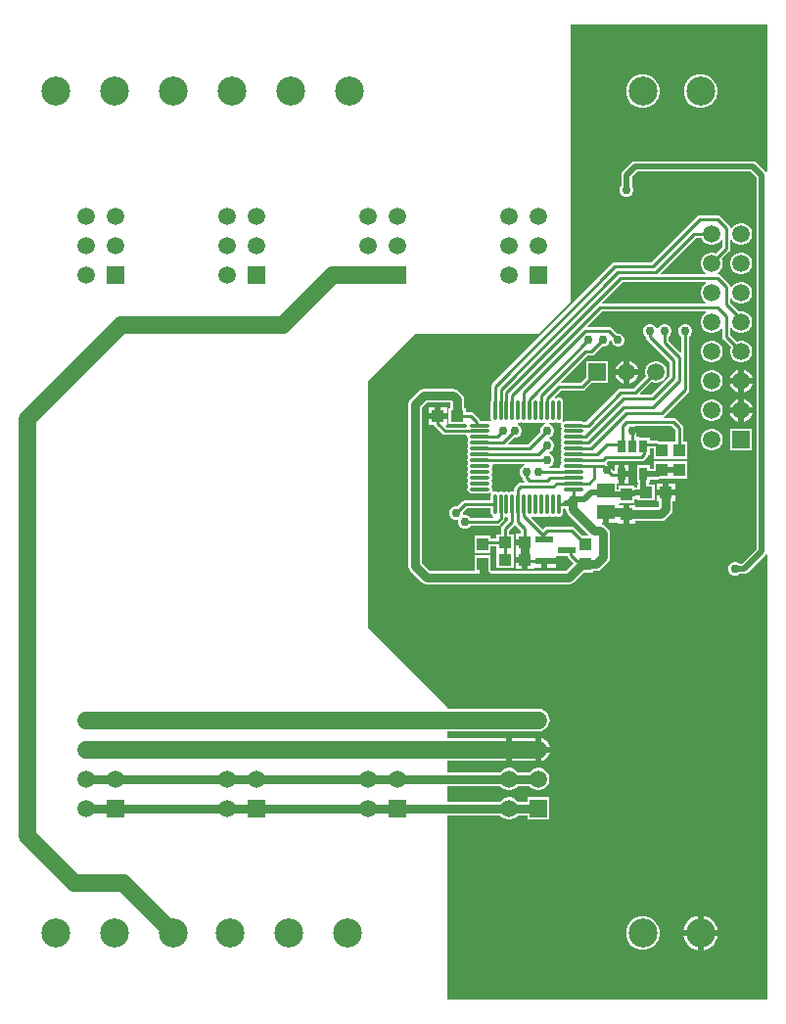
<source format=gbl>
G04*
G04 #@! TF.GenerationSoftware,Altium Limited,Altium Designer,24.5.2 (23)*
G04*
G04 Layer_Physical_Order=3*
G04 Layer_Color=16711680*
%FSLAX25Y25*%
%MOIN*%
G70*
G04*
G04 #@! TF.SameCoordinates,2268A734-3591-48FF-B187-AB4D2D4595D2*
G04*
G04*
G04 #@! TF.FilePolarity,Positive*
G04*
G01*
G75*
%ADD11C,0.01000*%
%ADD17R,0.03937X0.04331*%
%ADD18R,0.04331X0.03937*%
%ADD44C,0.03000*%
%ADD45C,0.02000*%
%ADD47C,0.06000*%
%ADD50C,0.09843*%
%ADD51R,0.05906X0.05906*%
%ADD52C,0.05906*%
%ADD53R,0.05906X0.05906*%
%ADD54C,0.03000*%
%ADD55O,0.07087X0.01181*%
%ADD56O,0.01181X0.07087*%
%ADD57R,0.05906X0.02362*%
%ADD58R,0.05906X0.05118*%
%ADD59R,0.02559X0.04331*%
G36*
X266404Y283268D02*
X265904Y283116D01*
X265789Y283289D01*
X262789Y286289D01*
X262197Y286684D01*
X261500Y286822D01*
X261500Y286822D01*
X221500D01*
X221500Y286822D01*
X220803Y286684D01*
X220211Y286289D01*
X217211Y283289D01*
X216816Y282697D01*
X216678Y282000D01*
X216678Y282000D01*
Y278412D01*
X216561Y278296D01*
X216213Y277455D01*
Y276545D01*
X216561Y275704D01*
X217204Y275061D01*
X218045Y274713D01*
X218955D01*
X219796Y275061D01*
X220439Y275704D01*
X220787Y276545D01*
Y277455D01*
X220439Y278296D01*
X220322Y278412D01*
Y281245D01*
X222255Y283178D01*
X260745D01*
X262678Y281245D01*
Y154755D01*
X257745Y149822D01*
X256912D01*
X256796Y149939D01*
X255955Y150287D01*
X255045D01*
X254204Y149939D01*
X253561Y149296D01*
X253213Y148455D01*
Y147545D01*
X253561Y146704D01*
X254204Y146061D01*
X255045Y145713D01*
X255955D01*
X256796Y146061D01*
X256912Y146178D01*
X258500D01*
X258500Y146178D01*
X259197Y146316D01*
X259789Y146711D01*
X265789Y152711D01*
X265789Y152711D01*
X265904Y152884D01*
X266404Y152732D01*
Y1313D01*
X157500D01*
Y64168D01*
X175543D01*
X176204Y63507D01*
X177056Y63015D01*
X178008Y62760D01*
X178992D01*
X179944Y63015D01*
X180797Y63507D01*
X181457Y64168D01*
X184760D01*
Y62760D01*
X192240D01*
Y70240D01*
X184760D01*
Y68832D01*
X181457D01*
X180797Y69493D01*
X179944Y69985D01*
X178992Y70240D01*
X178008D01*
X177056Y69985D01*
X176204Y69493D01*
X175543Y68832D01*
X157500D01*
Y74168D01*
X175543D01*
X176204Y73507D01*
X177056Y73015D01*
X178008Y72760D01*
X178992D01*
X179944Y73015D01*
X180797Y73507D01*
X181457Y74168D01*
X185543D01*
X186204Y73507D01*
X187056Y73015D01*
X188008Y72760D01*
X188992D01*
X189944Y73015D01*
X190796Y73507D01*
X191493Y74203D01*
X191985Y75056D01*
X192240Y76008D01*
Y76992D01*
X191985Y77944D01*
X191493Y78796D01*
X190796Y79493D01*
X189944Y79985D01*
X188992Y80240D01*
X188008D01*
X187056Y79985D01*
X186204Y79493D01*
X185543Y78832D01*
X181457D01*
X180797Y79493D01*
X179944Y79985D01*
X178992Y80240D01*
X178008D01*
X177056Y79985D01*
X176204Y79493D01*
X175543Y78832D01*
X157500D01*
Y82680D01*
X177485D01*
X177500Y82676D01*
Y86500D01*
Y90324D01*
X177485Y90320D01*
X157500D01*
Y92680D01*
X188500D01*
X189489Y92810D01*
X190410Y93192D01*
X191201Y93799D01*
X191808Y94590D01*
X192190Y95511D01*
X192320Y96500D01*
X192190Y97489D01*
X191808Y98410D01*
X191201Y99201D01*
X190410Y99808D01*
X189489Y100190D01*
X188500Y100320D01*
X157500D01*
Y101000D01*
X130500Y128000D01*
Y212000D01*
X146500Y228000D01*
X188500D01*
X199500Y239000D01*
Y333333D01*
X266404D01*
Y283268D01*
D02*
G37*
%LPC*%
G36*
X244444Y316359D02*
X242941D01*
X241489Y315970D01*
X240187Y315218D01*
X239124Y314155D01*
X238373Y312854D01*
X237984Y311402D01*
Y309898D01*
X238373Y308447D01*
X239124Y307145D01*
X240187Y306082D01*
X241489Y305330D01*
X242941Y304941D01*
X244444D01*
X245896Y305330D01*
X247198Y306082D01*
X248261Y307145D01*
X249012Y308447D01*
X249401Y309898D01*
Y311402D01*
X249012Y312854D01*
X248261Y314155D01*
X247198Y315218D01*
X245896Y315970D01*
X244444Y316359D01*
D02*
G37*
G36*
X224759D02*
X223256D01*
X221804Y315970D01*
X220502Y315218D01*
X219439Y314155D01*
X218688Y312854D01*
X218299Y311402D01*
Y309898D01*
X218688Y308447D01*
X219439Y307145D01*
X220502Y306082D01*
X221804Y305330D01*
X223256Y304941D01*
X224759D01*
X226211Y305330D01*
X227513Y306082D01*
X228576Y307145D01*
X229327Y308447D01*
X229716Y309898D01*
Y311402D01*
X229327Y312854D01*
X228576Y314155D01*
X227513Y315218D01*
X226211Y315970D01*
X224759Y316359D01*
D02*
G37*
G36*
X249500Y268313D02*
X243500D01*
X242998Y268213D01*
X242572Y267928D01*
X226956Y252313D01*
X214500D01*
X213998Y252213D01*
X213572Y251928D01*
X172745Y211101D01*
X172460Y210676D01*
X172361Y210173D01*
Y205362D01*
X172268Y204898D01*
Y198992D01*
X172363Y198514D01*
X172194Y198306D01*
X171986Y198137D01*
X171508Y198232D01*
X168751D01*
X168723Y198374D01*
X168438Y198800D01*
X166310Y200928D01*
X165884Y201213D01*
X165382Y201313D01*
X163799D01*
Y202756D01*
X163179D01*
Y205654D01*
X163001Y206546D01*
X162496Y207303D01*
X161149Y208649D01*
X160392Y209155D01*
X159500Y209332D01*
X149500D01*
X148608Y209155D01*
X147851Y208649D01*
X144851Y205649D01*
X144345Y204892D01*
X144168Y204000D01*
Y149000D01*
X144345Y148108D01*
X144851Y147351D01*
X148851Y143351D01*
X149608Y142845D01*
X150500Y142668D01*
X198846D01*
X199739Y142845D01*
X200496Y143351D01*
X203846Y146701D01*
X207256D01*
Y147321D01*
X208154D01*
X209046Y147499D01*
X209803Y148004D01*
X212149Y150351D01*
X212655Y151108D01*
X212832Y152000D01*
Y160000D01*
X212655Y160892D01*
X212149Y161649D01*
X211149Y162649D01*
X210392Y163155D01*
X210161Y163201D01*
X210210Y163701D01*
X210500D01*
Y167260D01*
X212500D01*
Y163701D01*
X215453D01*
X215531Y163488D01*
X217500D01*
Y166654D01*
Y169819D01*
X215933D01*
X215896Y169894D01*
X216207Y170394D01*
X221256D01*
Y171738D01*
X221709Y171828D01*
X221760Y171862D01*
X222201Y171626D01*
Y171244D01*
X228106D01*
Y176756D01*
X226063D01*
Y177323D01*
X226307D01*
Y178453D01*
X229122D01*
X229122Y178453D01*
X229819Y178592D01*
X229982Y178701D01*
X233256D01*
Y178701D01*
X233744D01*
Y178701D01*
X239256D01*
Y184606D01*
X233744D01*
Y184606D01*
X233256D01*
Y184606D01*
X227744D01*
Y182098D01*
X226307D01*
Y183228D01*
X222173D01*
Y177323D01*
X222418D01*
Y176756D01*
X222201D01*
Y175822D01*
X221500D01*
X221256Y176023D01*
Y176299D01*
X215744D01*
Y175169D01*
X215240D01*
Y177110D01*
X215760D01*
Y180276D01*
Y183441D01*
X214480D01*
Y181466D01*
X213980Y181376D01*
X211702Y183654D01*
X211681Y183687D01*
X211700Y184343D01*
X212044Y184687D01*
X223500D01*
X224002Y184787D01*
X224428Y185072D01*
X225428Y186072D01*
X225713Y186498D01*
X225767Y186772D01*
X226307D01*
Y189136D01*
X227744D01*
Y185394D01*
X233256D01*
Y185394D01*
X233744D01*
Y185394D01*
X239256D01*
Y191299D01*
X237813D01*
Y196000D01*
X237713Y196502D01*
X237428Y196928D01*
X235428Y198928D01*
X235002Y199213D01*
X234500Y199313D01*
X231345D01*
X231036Y199776D01*
X231040Y199813D01*
X231428Y200072D01*
X239428Y208072D01*
X239713Y208498D01*
X239813Y209000D01*
Y227078D01*
X240439Y227704D01*
X240787Y228545D01*
Y229455D01*
X240439Y230296D01*
X239796Y230939D01*
X238955Y231287D01*
X238045D01*
X237204Y230939D01*
X236561Y230296D01*
X236213Y229455D01*
Y228545D01*
X236561Y227704D01*
X237187Y227078D01*
Y221822D01*
X236725Y221631D01*
X232813Y225544D01*
Y227078D01*
X233439Y227704D01*
X233787Y228545D01*
Y229455D01*
X233439Y230296D01*
X232796Y230939D01*
X231955Y231287D01*
X231045D01*
X230204Y230939D01*
X229561Y230296D01*
X229250Y229545D01*
X229242Y229544D01*
X228758D01*
X228750Y229545D01*
X228439Y230296D01*
X227796Y230939D01*
X226955Y231287D01*
X226045D01*
X225204Y230939D01*
X224561Y230296D01*
X224213Y229455D01*
Y228545D01*
X224561Y227704D01*
X225187Y227078D01*
Y227000D01*
X225287Y226498D01*
X225572Y226072D01*
X233187Y218456D01*
Y213544D01*
X226956Y207313D01*
X223322D01*
X223131Y207775D01*
X226939Y211583D01*
X227056Y211515D01*
X228008Y211260D01*
X228992D01*
X229944Y211515D01*
X230797Y212007D01*
X231493Y212703D01*
X231985Y213556D01*
X232240Y214508D01*
Y215492D01*
X231985Y216444D01*
X231493Y217297D01*
X230797Y217993D01*
X229944Y218485D01*
X228992Y218740D01*
X228008D01*
X227056Y218485D01*
X226203Y217993D01*
X225507Y217297D01*
X225015Y216444D01*
X224760Y215492D01*
Y214508D01*
X225015Y213556D01*
X225083Y213439D01*
X220956Y209313D01*
X216500D01*
X215998Y209213D01*
X215572Y208928D01*
X204783Y198139D01*
X203862D01*
X203398Y198232D01*
X197492D01*
X197014Y198137D01*
X196806Y198306D01*
X196637Y198514D01*
X196732Y198992D01*
Y204898D01*
X196625Y205435D01*
X196320Y205891D01*
X195864Y206196D01*
X195327Y206303D01*
X194789Y206196D01*
X194588Y206061D01*
X194222Y206237D01*
X194128Y206772D01*
X196044Y208687D01*
X203500D01*
X204002Y208787D01*
X204428Y209072D01*
X206616Y211260D01*
X212240D01*
Y218740D01*
X204760D01*
Y213116D01*
X202956Y211313D01*
X196322D01*
X196131Y211775D01*
X205044Y220687D01*
X206500D01*
X207002Y220787D01*
X207428Y221072D01*
X210069Y223713D01*
X210955D01*
X211796Y224061D01*
X212439Y224704D01*
X212787Y225545D01*
Y225598D01*
X213287Y225865D01*
X213334Y225834D01*
Y225424D01*
X213682Y224583D01*
X214326Y223939D01*
X215166Y223591D01*
X216076D01*
X216917Y223939D01*
X217561Y224583D01*
X217909Y225424D01*
Y226334D01*
X217561Y227174D01*
X216917Y227818D01*
X216076Y228166D01*
X215190D01*
X213428Y229928D01*
X213002Y230213D01*
X212500Y230313D01*
X205322D01*
X205131Y230775D01*
X210044Y235687D01*
X245406D01*
X245540Y235187D01*
X245203Y234993D01*
X244507Y234296D01*
X244015Y233444D01*
X243760Y232492D01*
Y231508D01*
X244015Y230556D01*
X244507Y229703D01*
X245203Y229007D01*
X246056Y228515D01*
X247008Y228260D01*
X247992D01*
X248944Y228515D01*
X249797Y229007D01*
X250493Y229703D01*
X250687Y230040D01*
X251187Y229906D01*
Y227000D01*
X251287Y226498D01*
X251572Y226072D01*
X254083Y223561D01*
X254015Y223444D01*
X253760Y222492D01*
Y221508D01*
X254015Y220556D01*
X254507Y219704D01*
X255204Y219007D01*
X256056Y218515D01*
X257008Y218260D01*
X257992D01*
X258944Y218515D01*
X259797Y219007D01*
X260493Y219704D01*
X260985Y220556D01*
X261240Y221508D01*
Y222492D01*
X260985Y223444D01*
X260493Y224296D01*
X259797Y224993D01*
X258944Y225485D01*
X257992Y225740D01*
X257008D01*
X256056Y225485D01*
X255939Y225417D01*
X253813Y227544D01*
Y229906D01*
X254313Y230040D01*
X254507Y229703D01*
X255204Y229007D01*
X256056Y228515D01*
X257008Y228260D01*
X257992D01*
X258944Y228515D01*
X259797Y229007D01*
X260493Y229703D01*
X260985Y230556D01*
X261240Y231508D01*
Y232492D01*
X260985Y233444D01*
X260493Y234296D01*
X259797Y234993D01*
X258944Y235485D01*
X257992Y235740D01*
X257008D01*
X256699Y235657D01*
X253813Y238544D01*
Y239906D01*
X254313Y240040D01*
X254507Y239703D01*
X255204Y239007D01*
X256056Y238515D01*
X257008Y238260D01*
X257992D01*
X258944Y238515D01*
X259797Y239007D01*
X260493Y239703D01*
X260985Y240556D01*
X261240Y241508D01*
Y242492D01*
X260985Y243444D01*
X260493Y244297D01*
X259797Y244993D01*
X258944Y245485D01*
X257992Y245740D01*
X257008D01*
X256056Y245485D01*
X255204Y244993D01*
X254507Y244297D01*
X254313Y243960D01*
X253982Y243986D01*
X253799Y244070D01*
X253713Y244502D01*
X253428Y244928D01*
X250428Y247928D01*
X250002Y248213D01*
X249570Y248299D01*
X249486Y248482D01*
X249460Y248813D01*
X249797Y249007D01*
X250493Y249704D01*
X250985Y250556D01*
X251240Y251508D01*
Y252492D01*
X250985Y253444D01*
X250917Y253561D01*
X253428Y256072D01*
X253713Y256498D01*
X253813Y257000D01*
Y259906D01*
X254313Y260040D01*
X254507Y259703D01*
X255204Y259007D01*
X256056Y258515D01*
X257008Y258260D01*
X257992D01*
X258944Y258515D01*
X259797Y259007D01*
X260493Y259703D01*
X260985Y260556D01*
X261240Y261508D01*
Y262492D01*
X260985Y263444D01*
X260493Y264297D01*
X259797Y264993D01*
X258944Y265485D01*
X257992Y265740D01*
X257008D01*
X256056Y265485D01*
X255204Y264993D01*
X254507Y264297D01*
X254313Y263960D01*
X253982Y263986D01*
X253799Y264070D01*
X253713Y264502D01*
X253428Y264928D01*
X250428Y267928D01*
X250002Y268213D01*
X249500Y268313D01*
D02*
G37*
G36*
X257992Y255740D02*
X257008D01*
X256056Y255485D01*
X255204Y254993D01*
X254507Y254296D01*
X254015Y253444D01*
X253760Y252492D01*
Y251508D01*
X254015Y250556D01*
X254507Y249704D01*
X255204Y249007D01*
X256056Y248515D01*
X257008Y248260D01*
X257992D01*
X258944Y248515D01*
X259797Y249007D01*
X260493Y249704D01*
X260985Y250556D01*
X261240Y251508D01*
Y252492D01*
X260985Y253444D01*
X260493Y254296D01*
X259797Y254993D01*
X258944Y255485D01*
X257992Y255740D01*
D02*
G37*
G36*
X247992Y225740D02*
X247008D01*
X246056Y225485D01*
X245203Y224993D01*
X244507Y224296D01*
X244015Y223444D01*
X243760Y222492D01*
Y221508D01*
X244015Y220556D01*
X244507Y219704D01*
X245203Y219007D01*
X246056Y218515D01*
X247008Y218260D01*
X247992D01*
X248944Y218515D01*
X249797Y219007D01*
X250493Y219704D01*
X250985Y220556D01*
X251240Y221508D01*
Y222492D01*
X250985Y223444D01*
X250493Y224296D01*
X249797Y224993D01*
X248944Y225485D01*
X247992Y225740D01*
D02*
G37*
G36*
X219500Y218824D02*
Y216000D01*
X222324D01*
X222183Y216526D01*
X221663Y217427D01*
X220927Y218163D01*
X220026Y218683D01*
X219500Y218824D01*
D02*
G37*
G36*
X217500D02*
X216974Y218683D01*
X216073Y218163D01*
X215337Y217427D01*
X214817Y216526D01*
X214676Y216000D01*
X217500D01*
Y218824D01*
D02*
G37*
G36*
X258500Y215824D02*
Y213000D01*
X261324D01*
X261183Y213526D01*
X260663Y214427D01*
X259927Y215163D01*
X259026Y215683D01*
X258500Y215824D01*
D02*
G37*
G36*
X256500D02*
X255974Y215683D01*
X255073Y215163D01*
X254337Y214427D01*
X253817Y213526D01*
X253676Y213000D01*
X256500D01*
Y215824D01*
D02*
G37*
G36*
X222324Y214000D02*
X219500D01*
Y211176D01*
X220026Y211317D01*
X220927Y211837D01*
X221663Y212573D01*
X222183Y213474D01*
X222324Y214000D01*
D02*
G37*
G36*
X217500D02*
X214676D01*
X214817Y213474D01*
X215337Y212573D01*
X216073Y211837D01*
X216974Y211317D01*
X217500Y211176D01*
Y214000D01*
D02*
G37*
G36*
X247992Y215740D02*
X247008D01*
X246056Y215485D01*
X245203Y214993D01*
X244507Y214297D01*
X244015Y213444D01*
X243760Y212492D01*
Y211508D01*
X244015Y210556D01*
X244507Y209703D01*
X245203Y209007D01*
X246056Y208515D01*
X247008Y208260D01*
X247992D01*
X248944Y208515D01*
X249797Y209007D01*
X250493Y209703D01*
X250985Y210556D01*
X251240Y211508D01*
Y212492D01*
X250985Y213444D01*
X250493Y214297D01*
X249797Y214993D01*
X248944Y215485D01*
X247992Y215740D01*
D02*
G37*
G36*
X261324Y211000D02*
X258500D01*
Y208176D01*
X259026Y208317D01*
X259927Y208837D01*
X260663Y209573D01*
X261183Y210474D01*
X261324Y211000D01*
D02*
G37*
G36*
X256500D02*
X253676D01*
X253817Y210474D01*
X254337Y209573D01*
X255073Y208837D01*
X255974Y208317D01*
X256500Y208176D01*
Y211000D01*
D02*
G37*
G36*
X258500Y205824D02*
Y203000D01*
X261324D01*
X261183Y203526D01*
X260663Y204427D01*
X259927Y205163D01*
X259026Y205683D01*
X258500Y205824D01*
D02*
G37*
G36*
X256500D02*
X255974Y205683D01*
X255073Y205163D01*
X254337Y204427D01*
X253817Y203526D01*
X253676Y203000D01*
X256500D01*
Y205824D01*
D02*
G37*
G36*
X247992Y205740D02*
X247008D01*
X246056Y205485D01*
X245203Y204993D01*
X244507Y204296D01*
X244015Y203444D01*
X243760Y202492D01*
Y201508D01*
X244015Y200556D01*
X244507Y199704D01*
X245203Y199007D01*
X246056Y198515D01*
X247008Y198260D01*
X247992D01*
X248944Y198515D01*
X249797Y199007D01*
X250493Y199704D01*
X250985Y200556D01*
X251240Y201508D01*
Y202492D01*
X250985Y203444D01*
X250493Y204296D01*
X249797Y204993D01*
X248944Y205485D01*
X247992Y205740D01*
D02*
G37*
G36*
X261324Y201000D02*
X258500D01*
Y198176D01*
X259026Y198317D01*
X259927Y198837D01*
X260663Y199573D01*
X261183Y200474D01*
X261324Y201000D01*
D02*
G37*
G36*
X256500D02*
X253676D01*
X253817Y200474D01*
X254337Y199573D01*
X255073Y198837D01*
X255974Y198317D01*
X256500Y198176D01*
Y201000D01*
D02*
G37*
G36*
X261240Y195740D02*
X253760D01*
Y188260D01*
X261240D01*
Y195740D01*
D02*
G37*
G36*
X247992D02*
X247008D01*
X246056Y195485D01*
X245203Y194993D01*
X244507Y194297D01*
X244015Y193444D01*
X243760Y192492D01*
Y191508D01*
X244015Y190556D01*
X244507Y189704D01*
X245203Y189007D01*
X246056Y188515D01*
X247008Y188260D01*
X247992D01*
X248944Y188515D01*
X249797Y189007D01*
X250493Y189704D01*
X250985Y190556D01*
X251240Y191508D01*
Y192492D01*
X250985Y193444D01*
X250493Y194297D01*
X249797Y194993D01*
X248944Y195485D01*
X247992Y195740D01*
D02*
G37*
G36*
X219039Y183441D02*
X217760D01*
Y181276D01*
X219039D01*
Y183441D01*
D02*
G37*
G36*
Y179276D02*
X217760D01*
Y177110D01*
X219039D01*
Y179276D01*
D02*
G37*
G36*
X235012Y176969D02*
X232846D01*
Y175000D01*
X235012D01*
Y176969D01*
D02*
G37*
G36*
X230846D02*
X228681D01*
Y175000D01*
X230846D01*
Y176969D01*
D02*
G37*
G36*
X235012Y173000D02*
X231846D01*
X228681D01*
Y171031D01*
X229514D01*
Y169313D01*
X229187Y168986D01*
X221468D01*
Y169819D01*
X219500D01*
Y166654D01*
Y163488D01*
X221468D01*
Y164321D01*
X230153D01*
X231046Y164499D01*
X231803Y165004D01*
X233496Y166697D01*
X234001Y167454D01*
X234179Y168347D01*
Y171031D01*
X235012D01*
Y173000D01*
D02*
G37*
G36*
X189500Y90324D02*
Y87500D01*
X192324D01*
X192183Y88026D01*
X191663Y88927D01*
X190927Y89663D01*
X190026Y90183D01*
X189500Y90324D01*
D02*
G37*
G36*
X192324Y85500D02*
X189500D01*
Y82676D01*
X190026Y82817D01*
X190927Y83337D01*
X191663Y84073D01*
X192183Y84974D01*
X192324Y85500D01*
D02*
G37*
G36*
X179500Y90324D02*
Y86500D01*
Y82676D01*
X179516Y82680D01*
X187485D01*
X187500Y82676D01*
Y86500D01*
Y90324D01*
X187485Y90320D01*
X179516D01*
X179500Y90324D01*
D02*
G37*
G36*
X244692Y29838D02*
Y25000D01*
X249531D01*
X249386Y25727D01*
X248940Y26805D01*
X248292Y27775D01*
X247467Y28599D01*
X246497Y29247D01*
X245420Y29694D01*
X244692Y29838D01*
D02*
G37*
G36*
X242692D02*
X241965Y29694D01*
X240888Y29247D01*
X239918Y28599D01*
X239093Y27775D01*
X238445Y26805D01*
X237999Y25727D01*
X237854Y25000D01*
X242692D01*
Y29838D01*
D02*
G37*
G36*
X224759Y29709D02*
X223256D01*
X221804Y29320D01*
X220502Y28568D01*
X219439Y27505D01*
X218688Y26204D01*
X218299Y24752D01*
Y23248D01*
X218688Y21797D01*
X219439Y20495D01*
X220502Y19432D01*
X221804Y18680D01*
X223256Y18291D01*
X224759D01*
X226211Y18680D01*
X227513Y19432D01*
X228576Y20495D01*
X229327Y21797D01*
X229716Y23248D01*
Y24752D01*
X229327Y26204D01*
X228576Y27505D01*
X227513Y28568D01*
X226211Y29320D01*
X224759Y29709D01*
D02*
G37*
G36*
X249531Y23000D02*
X244692D01*
Y18162D01*
X245420Y18306D01*
X246497Y18753D01*
X247467Y19401D01*
X248292Y20225D01*
X248940Y21195D01*
X249386Y22273D01*
X249531Y23000D01*
D02*
G37*
G36*
X242692D02*
X237854D01*
X237999Y22273D01*
X238445Y21195D01*
X239093Y20225D01*
X239918Y19401D01*
X240888Y18753D01*
X241965Y18306D01*
X242692Y18162D01*
Y23000D01*
D02*
G37*
%LPD*%
G36*
X244015Y260556D02*
X244507Y259703D01*
X245203Y259007D01*
X246056Y258515D01*
X247008Y258260D01*
X247992D01*
X248944Y258515D01*
X249797Y259007D01*
X250493Y259703D01*
X250687Y260040D01*
X251187Y259906D01*
Y257544D01*
X249061Y255417D01*
X248944Y255485D01*
X247992Y255740D01*
X247008D01*
X246056Y255485D01*
X245203Y254993D01*
X244507Y254296D01*
X244015Y253444D01*
X243760Y252492D01*
Y251508D01*
X244015Y250556D01*
X244507Y249704D01*
X245203Y249007D01*
X245540Y248813D01*
X245406Y248313D01*
X230322D01*
X230131Y248775D01*
X242044Y260687D01*
X243980D01*
X244015Y260556D01*
D02*
G37*
G36*
X245540Y245187D02*
X245203Y244993D01*
X244507Y244297D01*
X244015Y243444D01*
X243760Y242492D01*
Y241508D01*
X244015Y240556D01*
X244507Y239703D01*
X245203Y239007D01*
X245540Y238813D01*
X245406Y238313D01*
X210322D01*
X210131Y238775D01*
X217044Y245687D01*
X245406D01*
X245540Y245187D01*
D02*
G37*
G36*
X194789Y197694D02*
X195327Y197587D01*
X195805Y197682D01*
X196013Y197513D01*
X196182Y197305D01*
X196087Y196827D01*
X196194Y196289D01*
X196493Y195843D01*
X196194Y195396D01*
X196087Y194858D01*
X196194Y194321D01*
X196493Y193874D01*
X196194Y193427D01*
X196087Y192890D01*
X196194Y192352D01*
X196493Y191905D01*
X196194Y191459D01*
X196087Y190921D01*
X196194Y190384D01*
X196493Y189937D01*
X196194Y189490D01*
X196087Y188953D01*
X196194Y188415D01*
X196493Y187969D01*
X196194Y187522D01*
X196087Y186984D01*
X196194Y186447D01*
X196493Y186000D01*
X196194Y185553D01*
X196087Y185016D01*
X196194Y184478D01*
X196372Y184212D01*
X196345Y184194D01*
X195994Y183668D01*
X195870Y183047D01*
X195917Y182813D01*
X195515Y182313D01*
X192296D01*
X192197Y182813D01*
X192796Y183061D01*
X193439Y183704D01*
X193787Y184545D01*
Y185455D01*
X193439Y186296D01*
X192796Y186939D01*
X192045Y187250D01*
X192044Y187258D01*
Y187742D01*
X192045Y187750D01*
X192796Y188061D01*
X193439Y188704D01*
X193787Y189545D01*
Y190455D01*
X193439Y191296D01*
X192796Y191939D01*
X192045Y192250D01*
X192044Y192258D01*
Y192742D01*
X192045Y192750D01*
X192796Y193061D01*
X193439Y193704D01*
X193787Y194545D01*
Y195455D01*
X193439Y196296D01*
X192796Y196939D01*
X192076Y197238D01*
X192044Y197336D01*
X192015Y197694D01*
X192015Y197698D01*
X192455Y197938D01*
X192821Y197694D01*
X193358Y197587D01*
X193896Y197694D01*
X194343Y197993D01*
X194789Y197694D01*
D02*
G37*
G36*
X188884D02*
X189421Y197587D01*
X189959Y197694D01*
X190405Y197993D01*
X190802Y197728D01*
X190837Y197492D01*
X190814Y197192D01*
X190204Y196939D01*
X189561Y196296D01*
X189213Y195455D01*
Y194569D01*
X184909Y190265D01*
X178275D01*
X178084Y190727D01*
X180069Y192713D01*
X180955D01*
X181796Y193061D01*
X182439Y193704D01*
X182787Y194545D01*
Y195455D01*
X182439Y196296D01*
X181796Y196939D01*
X181383Y197110D01*
X181529Y197591D01*
X181547Y197587D01*
X182085Y197694D01*
X182531Y197993D01*
X182978Y197694D01*
X183516Y197587D01*
X184053Y197694D01*
X184500Y197993D01*
X184947Y197694D01*
X185484Y197587D01*
X186022Y197694D01*
X186469Y197993D01*
X186915Y197694D01*
X187453Y197587D01*
X187990Y197694D01*
X188437Y197993D01*
X188884Y197694D01*
D02*
G37*
G36*
X158514Y202756D02*
X157894D01*
Y197244D01*
X163771D01*
X163932Y197216D01*
X164197Y196827D01*
X164228Y196671D01*
X163828Y196171D01*
X157185D01*
X156787Y196570D01*
X156978Y197031D01*
X157319D01*
Y199000D01*
X154154D01*
X150988D01*
Y197031D01*
X152904D01*
X152941Y196844D01*
X153225Y196418D01*
X155714Y193930D01*
X156139Y193646D01*
X156642Y193546D01*
X163828D01*
X164228Y193046D01*
X164197Y192890D01*
X164304Y192352D01*
X164603Y191905D01*
X164304Y191459D01*
X164197Y190921D01*
X164304Y190384D01*
X164603Y189937D01*
X164304Y189490D01*
X164197Y188953D01*
X164304Y188415D01*
X164603Y187969D01*
X164304Y187522D01*
X164197Y186984D01*
X164304Y186447D01*
X164603Y186000D01*
X164304Y185553D01*
X164197Y185016D01*
X164304Y184478D01*
X164603Y184031D01*
X164304Y183585D01*
X164197Y183047D01*
X164304Y182510D01*
X164603Y182063D01*
X164304Y181616D01*
X164197Y181079D01*
X164304Y180541D01*
X164603Y180095D01*
X164304Y179648D01*
X164197Y179110D01*
X164304Y178573D01*
X164603Y178126D01*
X164304Y177679D01*
X164197Y177142D01*
X164304Y176604D01*
X164603Y176157D01*
X164304Y175711D01*
X164197Y175173D01*
X164304Y174636D01*
X164609Y174180D01*
X165065Y173875D01*
X165602Y173768D01*
X171508D01*
X171986Y173863D01*
X172194Y173694D01*
X172363Y173486D01*
X172268Y173008D01*
Y171368D01*
X163555D01*
X163053Y171268D01*
X162627Y170983D01*
X160931Y169287D01*
X160045D01*
X159204Y168939D01*
X158561Y168296D01*
X158213Y167455D01*
Y166545D01*
X158561Y165704D01*
X159204Y165061D01*
X160045Y164713D01*
X160778D01*
X161051Y164551D01*
X161213Y164278D01*
Y163545D01*
X161561Y162704D01*
X162204Y162061D01*
X163045Y161713D01*
X163955D01*
X164796Y162061D01*
X165422Y162687D01*
X174500D01*
X175002Y162787D01*
X175428Y163072D01*
X176570Y164214D01*
X176854Y164639D01*
X176954Y165142D01*
Y165328D01*
X177454Y165728D01*
X177610Y165697D01*
X177766Y165728D01*
X178266Y165328D01*
Y164622D01*
X176225Y162582D01*
X175941Y162156D01*
X175841Y161653D01*
Y159756D01*
X174201D01*
Y158313D01*
X172256D01*
Y159299D01*
X166744D01*
Y153394D01*
X172256D01*
Y155687D01*
X174201D01*
Y154244D01*
X174201D01*
Y153756D01*
X174201D01*
Y148244D01*
X180106D01*
Y153756D01*
X180106D01*
Y154244D01*
X180106D01*
Y159756D01*
X178466D01*
Y161110D01*
X180163Y162807D01*
X180619Y163025D01*
X182534Y161110D01*
Y159968D01*
X180681D01*
Y158000D01*
X183846D01*
Y156000D01*
X180681D01*
Y154032D01*
X180681D01*
Y153969D01*
X180681D01*
Y152000D01*
X183846D01*
Y151000D01*
X184846D01*
Y148031D01*
X187012D01*
Y148339D01*
X189500D01*
Y150520D01*
X190500D01*
Y151520D01*
X194453D01*
Y152291D01*
X198370D01*
X198403Y152122D01*
X198688Y151696D01*
X200466Y149918D01*
X197880Y147332D01*
X172466D01*
X172256Y147542D01*
Y152606D01*
X166744D01*
Y147332D01*
X151466D01*
X148832Y149966D01*
Y203034D01*
X150466Y204668D01*
X158514D01*
Y202756D01*
D02*
G37*
G36*
X235187Y195456D02*
Y191299D01*
X233744D01*
Y191299D01*
X233256D01*
Y191299D01*
X229404D01*
X229326Y191377D01*
X228900Y191662D01*
X228398Y191761D01*
X226307D01*
Y192677D01*
X222779D01*
Y192890D01*
X221813D01*
Y195000D01*
X221713Y195502D01*
X221428Y195928D01*
X221040Y196187D01*
X221036Y196223D01*
X221345Y196687D01*
X233956D01*
X235187Y195456D01*
D02*
G37*
G36*
X183842Y183203D02*
X183204Y182939D01*
X182561Y182296D01*
X182213Y181455D01*
Y180545D01*
X182561Y179704D01*
X183187Y179078D01*
Y179000D01*
X183287Y178498D01*
X183572Y178072D01*
X183869Y177775D01*
X183678Y177313D01*
X182500D01*
X181998Y177213D01*
X181572Y176928D01*
X180619Y175975D01*
X180334Y175550D01*
X180235Y175047D01*
Y174782D01*
X179735Y174382D01*
X179579Y174413D01*
X179041Y174306D01*
X178595Y174007D01*
X178148Y174306D01*
X177610Y174413D01*
X177073Y174306D01*
X176626Y174007D01*
X176179Y174306D01*
X175642Y174413D01*
X175104Y174306D01*
X174657Y174007D01*
X174211Y174306D01*
X173673Y174413D01*
X173195Y174318D01*
X172987Y174487D01*
X172818Y174695D01*
X172913Y175173D01*
X172806Y175711D01*
X172508Y176157D01*
X172806Y176604D01*
X172913Y177142D01*
X172806Y177679D01*
X172508Y178126D01*
X172806Y178573D01*
X172913Y179110D01*
X172806Y179648D01*
X172508Y180095D01*
X172806Y180541D01*
X172913Y181079D01*
X172806Y181616D01*
X172508Y182063D01*
X172806Y182510D01*
X172913Y183047D01*
X172882Y183203D01*
X173282Y183703D01*
X183742D01*
X183842Y183203D01*
D02*
G37*
G36*
X197890Y168461D02*
X197908D01*
Y168260D01*
X198085Y167367D01*
X198591Y166611D01*
X205403Y159799D01*
X205195Y159299D01*
X203404D01*
X200775Y161928D01*
X200349Y162213D01*
X199846Y162313D01*
X191500D01*
X190998Y162213D01*
X190572Y161928D01*
X190000Y161356D01*
X186049Y165307D01*
X186149Y165781D01*
X186615Y166005D01*
X186915Y165804D01*
X187453Y165697D01*
X187990Y165804D01*
X188437Y166103D01*
X188884Y165804D01*
X189421Y165697D01*
X189959Y165804D01*
X190405Y166103D01*
X190852Y165804D01*
X191390Y165697D01*
X191927Y165804D01*
X192374Y166103D01*
X192821Y165804D01*
X193358Y165697D01*
X193896Y165804D01*
X194343Y166103D01*
X194789Y165804D01*
X195327Y165697D01*
X195864Y165804D01*
X196320Y166109D01*
X196625Y166565D01*
X196732Y167102D01*
Y168349D01*
X197169Y168586D01*
X197232Y168592D01*
X197890Y168461D01*
D02*
G37*
G36*
X172268Y167102D02*
X172375Y166565D01*
X172680Y166109D01*
X173136Y165804D01*
X173045Y165313D01*
X165422D01*
X164796Y165939D01*
X163955Y166287D01*
X163222D01*
X162949Y166449D01*
X162787Y166722D01*
Y167431D01*
X164099Y168743D01*
X172268D01*
Y167102D01*
D02*
G37*
%LPC*%
G36*
X157319Y202969D02*
X155154D01*
Y201000D01*
X157319D01*
Y202969D01*
D02*
G37*
G36*
X153154D02*
X150988D01*
Y201000D01*
X153154D01*
Y202969D01*
D02*
G37*
G36*
X194453Y149520D02*
X191500D01*
Y148339D01*
X194453D01*
Y149520D01*
D02*
G37*
G36*
X182846Y150000D02*
X180681D01*
Y148031D01*
X182846D01*
Y150000D01*
D02*
G37*
%LPD*%
D11*
X173673Y201945D02*
Y210173D01*
X214500Y251000D02*
X227500D01*
X173673Y210173D02*
X214500Y251000D01*
X215500Y249000D02*
X228500D01*
X175642Y201945D02*
Y209142D01*
X215500Y249000D01*
X177610Y208110D02*
X216500Y247000D01*
X249500D01*
X177610Y201945D02*
Y208110D01*
X179579Y201945D02*
Y207079D01*
X209500Y237000D02*
X249500D01*
X179579Y207079D02*
X209500Y237000D01*
X189421Y206921D02*
X204500Y222000D01*
X206500D02*
X210500Y226000D01*
X204500Y222000D02*
X206500D01*
X183516Y201945D02*
Y208016D01*
X204500Y229000D02*
X212500D01*
X215621Y225879D01*
Y225879D02*
Y225879D01*
X183516Y208016D02*
X204500Y229000D01*
X185484Y205742D02*
X205621Y225879D01*
X185484Y201945D02*
Y205742D01*
X189421Y201945D02*
Y206921D01*
X191390Y201945D02*
Y205890D01*
X195500Y210000D02*
X203500D01*
X191390Y205890D02*
X195500Y210000D01*
X203500D02*
X208500Y215000D01*
X203031Y158012D02*
X204500Y156543D01*
X199846Y161000D02*
X202835Y158012D01*
X191500Y161000D02*
X199846D01*
X204500Y156346D02*
Y156543D01*
X202835Y158012D02*
X203031D01*
X190136Y158681D02*
Y159636D01*
X191500Y161000D01*
X189864Y158636D02*
X190090D01*
X190136Y158681D01*
X197390Y170283D02*
X197890D01*
X195382Y170000D02*
X197390D01*
X200445Y171945D02*
Y175173D01*
X210453Y183047D02*
X213500Y180000D01*
X207500Y179000D02*
Y183000D01*
X205642Y177142D02*
X207500Y179000D01*
X200445Y177142D02*
X205642D01*
X201587Y150654D02*
X203500D01*
X177154Y151000D02*
Y157000D01*
X163500Y164000D02*
X174500D01*
X175642Y165142D02*
Y170055D01*
X174500Y164000D02*
X175642Y165142D01*
X163555Y170055D02*
X173673D01*
X160500Y167000D02*
X163555Y170055D01*
X181547D02*
Y175047D01*
X182500Y176000D01*
X193500D01*
X194642Y177142D02*
X200445D01*
X193500Y176000D02*
X194642Y177142D01*
X191500Y178000D02*
X192610Y179110D01*
X200445D01*
X185500Y178000D02*
X191500D01*
X184500Y179000D02*
X185500Y178000D01*
X184500Y179000D02*
Y181000D01*
X197285D02*
X197329Y181044D01*
X200410D02*
X200445Y181079D01*
X197329Y181044D02*
X200410D01*
X188500Y181000D02*
X197285D01*
X185453Y188953D02*
X191500Y195000D01*
X168555Y188953D02*
X185453D01*
X188484Y186984D02*
X191500Y190000D01*
X168555Y186984D02*
X188484D01*
X168555Y185016D02*
X191484D01*
X191500Y185000D01*
X176421Y190921D02*
X180500Y195000D01*
X231500Y225000D02*
Y229000D01*
Y225000D02*
X236500Y220000D01*
X238117Y228617D02*
X238500Y229000D01*
Y209000D02*
Y229000D01*
X168555Y190921D02*
X176421D01*
X174390Y192890D02*
X176379Y194879D01*
Y195121D01*
X168555Y192890D02*
X174390D01*
X227500Y203000D02*
X236500Y212000D01*
X217500Y203000D02*
X227500D01*
X236500Y212000D02*
Y220000D01*
X205327Y196827D02*
X216500Y208000D01*
X200445Y196827D02*
X205327D01*
X216500Y208000D02*
X221500D01*
X227500Y206000D02*
X234500Y213000D01*
X200445Y192890D02*
X204443D01*
X217500Y206000D02*
X227500D01*
X204443Y192890D02*
X204838Y193285D01*
Y193338D01*
X217500Y206000D01*
X230500Y201000D02*
X238500Y209000D01*
X218500Y201000D02*
X230500D01*
X206453Y188953D02*
X218500Y201000D01*
X200445Y188953D02*
X206453D01*
X205421Y190921D02*
X217500Y203000D01*
X200445Y190921D02*
X205421D01*
X226500Y227000D02*
X234500Y219000D01*
Y213000D02*
Y219000D01*
X226500Y227000D02*
Y229000D01*
X252500Y238000D02*
Y244000D01*
X257500Y232000D02*
Y233000D01*
X252500Y238000D02*
X257500Y233000D01*
X252500Y227000D02*
X257500Y222000D01*
X252500Y227000D02*
Y234000D01*
X249500Y237000D02*
X252500Y234000D01*
X228500Y249000D02*
X241500Y262000D01*
X227500Y251000D02*
X243500Y267000D01*
X249500Y247000D02*
X252500Y244000D01*
X243500Y267000D02*
X249500D01*
X252500Y264000D01*
Y257000D02*
Y264000D01*
X247500Y252000D02*
X252500Y257000D01*
X241500Y262000D02*
X247500D01*
X221500Y208000D02*
X228500Y215000D01*
X200240Y171740D02*
X200445Y171945D01*
X195327Y170055D02*
X195382Y170000D01*
X216484Y180000D02*
X216760Y180276D01*
X213500Y180000D02*
X216484D01*
X200445Y183047D02*
X210453D01*
X218500Y198000D02*
X234500D01*
X236500Y196000D01*
X217020Y196520D02*
X218500Y198000D01*
X220500Y189724D02*
Y195000D01*
X217020Y190449D02*
Y196520D01*
X236500Y188347D02*
Y196000D01*
X223500Y186000D02*
X224500Y187000D01*
Y190449D01*
X211500Y186000D02*
X223500D01*
X210500Y185000D02*
X211500Y186000D01*
X200445Y185016D02*
X200461Y185000D01*
X210500D01*
X224500Y190449D02*
X228398D01*
X228835Y190012D01*
X229031D01*
X230500Y188543D01*
Y188347D02*
Y188543D01*
X208484Y186984D02*
X211949Y190449D01*
X217020D01*
X200445Y186984D02*
X208484D01*
X154154Y197346D02*
X156642Y194858D01*
X154154Y197346D02*
Y200000D01*
X156642Y194858D02*
X168555D01*
X167510Y196910D02*
X167594Y196827D01*
X167510Y196910D02*
Y197872D01*
X165382Y200000D02*
X167510Y197872D01*
X160846Y200000D02*
X165382D01*
X167594Y196827D02*
X168555D01*
X183516Y165984D02*
X189864Y159636D01*
X183516Y165984D02*
Y170055D01*
X199616Y152624D02*
X201587Y150654D01*
X197980Y154260D02*
X198935D01*
X199616Y153579D01*
Y152624D02*
Y153579D01*
X184327Y150520D02*
X190500D01*
X183846Y151000D02*
X184327Y150520D01*
X170153Y157000D02*
X177154D01*
X169500Y156346D02*
X170153Y157000D01*
X177154D02*
Y161653D01*
X179579Y164079D02*
Y170055D01*
X177154Y161653D02*
X179579Y164079D01*
X181547Y163953D02*
X183846Y161653D01*
Y157000D02*
Y161653D01*
X181547Y163953D02*
Y170055D01*
D17*
X204500Y149653D02*
D03*
Y156346D02*
D03*
X169500Y149653D02*
D03*
Y156346D02*
D03*
X218500Y166654D02*
D03*
Y173346D02*
D03*
X230500Y181653D02*
D03*
Y188347D02*
D03*
X236500Y181653D02*
D03*
Y188347D02*
D03*
D18*
X154154Y200000D02*
D03*
X160846D02*
D03*
X183846Y151000D02*
D03*
X177154D02*
D03*
X183846Y157000D02*
D03*
X177154D02*
D03*
X225153Y174000D02*
D03*
X231846D02*
D03*
D44*
X171500Y145000D02*
X197500D01*
X150500D02*
X171500D01*
X159500Y207000D02*
X160846Y205654D01*
Y200000D02*
Y205654D01*
X149500Y207000D02*
X159500D01*
X146500Y149000D02*
Y204000D01*
X149500Y207000D01*
X146500Y149000D02*
X150500Y145000D01*
X197500D02*
X198846D01*
X231846Y168347D02*
Y174000D01*
X230153Y166654D02*
X231846Y168347D01*
X218500Y166654D02*
X230153D01*
X218032Y167260D02*
X218500Y166791D01*
Y166654D02*
Y166791D01*
X211500Y167260D02*
X218032D01*
X200240Y168260D02*
Y171740D01*
Y168260D02*
X207500Y161000D01*
X209500D01*
X210500Y160000D01*
Y152000D02*
Y160000D01*
X208154Y149653D02*
X210500Y152000D01*
X204500Y149653D02*
X208154D01*
X169873Y146627D02*
X171500Y145000D01*
X198846D02*
X203835Y149988D01*
X169500Y149653D02*
X169873Y149280D01*
Y146627D02*
Y149280D01*
X183846Y151000D02*
Y157000D01*
X178500Y66500D02*
X188500D01*
X140500D02*
X178500D01*
X130500D02*
X140500D01*
X92500D02*
X130500D01*
X82500D02*
X92500D01*
X44500D02*
X82500D01*
X34500D02*
X44500D01*
X178500Y76500D02*
X188500D01*
X140500D02*
X178500D01*
X130500D02*
X140500D01*
X92500D02*
X130500D01*
X82500D02*
X92500D01*
X44500D02*
X82500D01*
X34500D02*
X44500D01*
D45*
X255500Y148000D02*
X258500D01*
X264500Y154000D01*
Y282000D01*
X261500Y285000D02*
X264500Y282000D01*
X221500Y285000D02*
X261500D01*
X218500Y277000D02*
Y282000D01*
X221500Y285000D01*
X211894Y173346D02*
X218500D01*
X211240Y174000D02*
X211894Y173346D01*
X221500Y174000D02*
X225153D01*
X218500Y172543D02*
X219468Y173512D01*
X197890Y170283D02*
X198783D01*
X206500Y174000D02*
X211240D01*
X204240Y171740D02*
X206500Y174000D01*
X200240Y171740D02*
X204240D01*
X198783Y170283D02*
X200240Y171740D01*
X219468Y173512D02*
X221012D01*
X221500Y174000D01*
X224240Y174913D02*
Y180276D01*
Y174913D02*
X225153Y174000D01*
X229122Y180276D02*
X229335Y180488D01*
X224240Y180276D02*
X229122D01*
X230500Y181457D02*
Y181653D01*
X229532Y180488D02*
X230500Y181457D01*
X229335Y180488D02*
X229532D01*
X230500Y181653D02*
X236500D01*
D47*
X47000Y41000D02*
X64000Y24000D01*
X14500Y57000D02*
X30500Y41000D01*
X47000D01*
X118500Y248000D02*
X130500D01*
X46500Y231000D02*
X101500D01*
X118500Y248000D01*
X130500D02*
X140500D01*
X14500Y199000D02*
X46500Y231000D01*
X14500Y57000D02*
Y199000D01*
X178500Y86500D02*
X188500D01*
X140500D02*
X178500D01*
X130500D02*
X140500D01*
X92500D02*
X130500D01*
X82500D02*
X92500D01*
X44500D02*
X82500D01*
X34500D02*
X44500D01*
X178500Y96500D02*
X188500D01*
X140500D02*
X178500D01*
X130500D02*
X140500D01*
X92500D02*
X130500D01*
X82500D02*
X92500D01*
X44500D02*
X82500D01*
X34500D02*
X44500D01*
D50*
X123500Y24000D02*
D03*
X103500D02*
D03*
X83500D02*
D03*
X64000D02*
D03*
X44000D02*
D03*
X24000D02*
D03*
X243692Y310650D02*
D03*
X224008D02*
D03*
X84086D02*
D03*
X104086D02*
D03*
X124086D02*
D03*
X24000D02*
D03*
X44000D02*
D03*
X64000D02*
D03*
X243692Y24000D02*
D03*
X224008D02*
D03*
D51*
X208500Y215000D02*
D03*
D52*
X218500D02*
D03*
X228500D02*
D03*
X178500Y268000D02*
D03*
X188500D02*
D03*
X178500Y258000D02*
D03*
X188500D02*
D03*
X178500Y248000D02*
D03*
X130500Y268000D02*
D03*
X140500D02*
D03*
X130500Y258000D02*
D03*
X140500D02*
D03*
X130500Y248000D02*
D03*
X82500Y268000D02*
D03*
X92500D02*
D03*
X82500Y258000D02*
D03*
X92500D02*
D03*
X82500Y248000D02*
D03*
X34500Y268000D02*
D03*
X44500D02*
D03*
X34500Y258000D02*
D03*
X44500D02*
D03*
X34500Y248000D02*
D03*
X247500Y262000D02*
D03*
X257500D02*
D03*
X247500Y252000D02*
D03*
X257500D02*
D03*
X247500Y242000D02*
D03*
X257500D02*
D03*
X247500Y232000D02*
D03*
X257500D02*
D03*
X247500Y222000D02*
D03*
X257500D02*
D03*
X247500Y212000D02*
D03*
X257500D02*
D03*
X247500Y202000D02*
D03*
X257500D02*
D03*
X247500Y192000D02*
D03*
X130500Y96500D02*
D03*
X140500D02*
D03*
X130500Y86500D02*
D03*
X140500D02*
D03*
X130500Y76500D02*
D03*
X140500D02*
D03*
X130500Y66500D02*
D03*
X178500Y96500D02*
D03*
X188500D02*
D03*
X178500Y86500D02*
D03*
X188500D02*
D03*
X178500Y76500D02*
D03*
X188500D02*
D03*
X178500Y66500D02*
D03*
X82500Y96500D02*
D03*
X92500D02*
D03*
X82500Y86500D02*
D03*
X92500D02*
D03*
X82500Y76500D02*
D03*
X92500D02*
D03*
X82500Y66500D02*
D03*
X34500Y96500D02*
D03*
X44500D02*
D03*
X34500Y86500D02*
D03*
X44500D02*
D03*
X34500Y76500D02*
D03*
X44500D02*
D03*
X34500Y66500D02*
D03*
D53*
X188500Y248000D02*
D03*
X140500D02*
D03*
X92500D02*
D03*
X44500D02*
D03*
X257500Y192000D02*
D03*
X140500Y66500D02*
D03*
X188500D02*
D03*
X92500D02*
D03*
X44500D02*
D03*
D54*
X220500Y195000D02*
D03*
X211877Y181606D02*
D03*
X226056Y296430D02*
D03*
X205621Y225879D02*
D03*
X215621Y225879D02*
D03*
X210500Y226000D02*
D03*
X255500Y148000D02*
D03*
X197500Y145000D02*
D03*
X163500Y164000D02*
D03*
X160500Y167000D02*
D03*
X191500Y195000D02*
D03*
X184500Y181000D02*
D03*
X188500D02*
D03*
X191500Y190000D02*
D03*
Y185000D02*
D03*
X180500Y195000D02*
D03*
X231500Y229000D02*
D03*
X238500D02*
D03*
X176379Y195121D02*
D03*
X226500Y229000D02*
D03*
X233500Y277000D02*
D03*
X218500D02*
D03*
D55*
X200445Y175173D02*
D03*
Y177142D02*
D03*
Y179110D02*
D03*
Y181079D02*
D03*
Y183047D02*
D03*
Y185016D02*
D03*
Y186984D02*
D03*
Y188953D02*
D03*
Y190921D02*
D03*
Y192890D02*
D03*
Y194858D02*
D03*
Y196827D02*
D03*
X168555D02*
D03*
Y194858D02*
D03*
Y192890D02*
D03*
Y190921D02*
D03*
Y188953D02*
D03*
Y186984D02*
D03*
Y185016D02*
D03*
Y183047D02*
D03*
Y181079D02*
D03*
Y179110D02*
D03*
Y177142D02*
D03*
Y175173D02*
D03*
D56*
X195327Y201945D02*
D03*
X193358D02*
D03*
X191390D02*
D03*
X189421D02*
D03*
X187453D02*
D03*
X185484D02*
D03*
X183516D02*
D03*
X181547D02*
D03*
X179579D02*
D03*
X177610D02*
D03*
X175642D02*
D03*
X173673D02*
D03*
Y170055D02*
D03*
X175642D02*
D03*
X177610D02*
D03*
X179579D02*
D03*
X181547D02*
D03*
X183516D02*
D03*
X185484D02*
D03*
X187453D02*
D03*
X189421D02*
D03*
X191390D02*
D03*
X193358D02*
D03*
X195327D02*
D03*
D57*
X190500Y150520D02*
D03*
Y158000D02*
D03*
X197980Y154260D02*
D03*
D58*
X211500Y167260D02*
D03*
Y174740D02*
D03*
D59*
X216760Y189724D02*
D03*
X220500D02*
D03*
X224240D02*
D03*
Y180276D02*
D03*
X216760D02*
D03*
M02*

</source>
